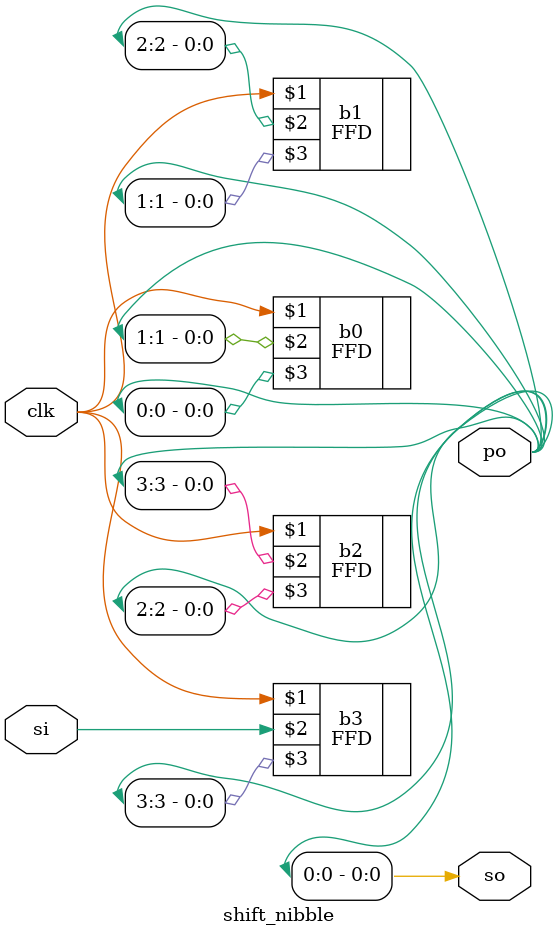
<source format=v>
`include "FFD.v"

module shift_nibble(
    input clk, si,    // entrada serial
    output so,        // saída serial
    output [3:0] po); // saída paralela

    FFD b3(clk,    si, po[3]);
    FFD b2(clk, po[3], po[2]);
    FFD b1(clk, po[2], po[1]);
    FFD b0(clk, po[1], po[0]);

    assign so = po[0];
endmodule

</source>
